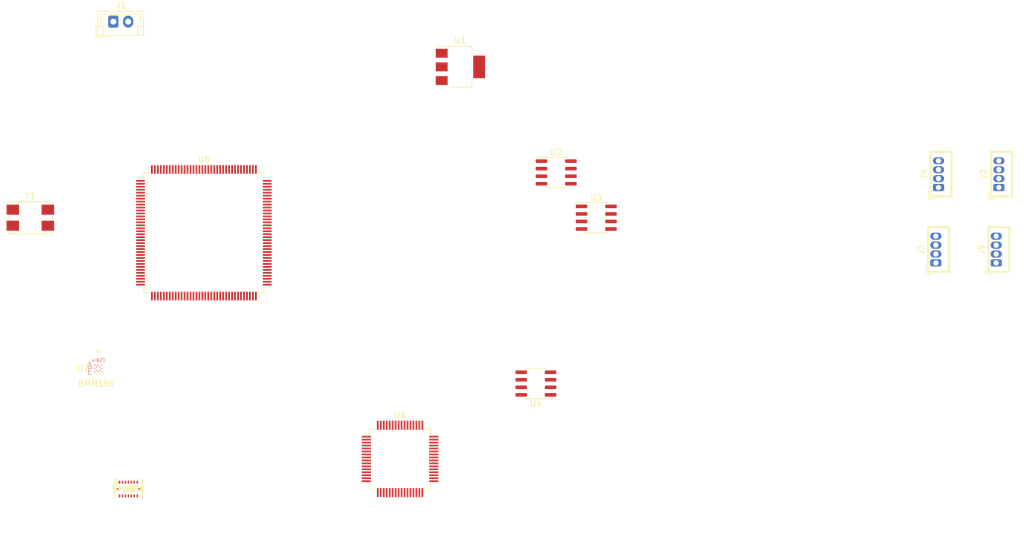
<source format=kicad_pcb>
(kicad_pcb (version 20211014) (generator pcbnew)
  (layers (0 "F.Cu" signal) (31 "B.Cu" signal) (34 "B.Paste" user) (35 "F.Paste" user) (36 "B.SilkS" user "B.Silkscreen") (37 "F.SilkS" user "F.Silkscreen") (38 "B.Mask" user) (39 "F.Mask" user) (44 "Edge.Cuts" user))
  (net 0 "")
  (net 1 "+5V")
  (net 2 "RCC_OSC_IN")
  (net 4 "CAN_1_H")
  (net 5 "CAN_1_L")
  (net 6 "GND")
  (net 7 "CAN_2_H")
  (net 8 "CAN_2_L")
  (net 11 "RCC_OSC_OUT")
  (net 12 "NRST")
  (net 13 "+3V3")
  (net 17 "Net-(R2-Pad2)")
  (net 18 "Net-(R1-Pad2)")
  (net 75 "F4_CAN1_TX")
  (net 76 "F4_CAN1_RX")
  (net 77 "F4_CAN2_TX")
  (net 78 "F4_CAN2_RX")
  (net 79 "F1_CAN1_TX")
  (net 80 "F1_CAN1_RX")
  (footprint "Package_QFP:LQFP-144_20x20mm_P0.5mm" (layer "F.Cu") (at 139.7 114.3)
    (fp_text reference "U5" (at 0 -12.35) (layer "F.SilkS"))
    (fp_text value "STM32F446ZETx")
    (fp_line (start 9.16 -10.11) (end 10.11 -10.11) (layer "F.SilkS") (width 0.12))
    (fp_line (start 10.11 10.11) (end 10.11 9.16) (layer "F.SilkS") (width 0.12))
    (fp_line (start 10.11 -10.11) (end 10.11 -9.16) (layer "F.SilkS") (width 0.12))
    (fp_line (start -9.16 10.11) (end -10.11 10.11) (layer "F.SilkS") (width 0.12))
    (fp_line (start -10.11 -9.16) (end -11.4 -9.16) (layer "F.SilkS") (width 0.12))
    (fp_line (start -10.11 10.11) (end -10.11 9.16) (layer "F.SilkS") (width 0.12))
    (fp_line (start -10.11 -10.11) (end -10.11 -9.16) (layer "F.SilkS") (width 0.12))
    (fp_line (start 9.16 10.11) (end 10.11 10.11) (layer "F.SilkS") (width 0.12))
    (fp_line (start -9.16 -10.11) (end -10.11 -10.11) (layer "F.SilkS") (width 0.12))
    (pad "1" smd roundrect (at -10.6625 -8.75) (size 1.475 0.3) (layers "F.Cu" "F.Paste" "F.Mask"))
    (pad "2" smd roundrect (at -10.6625 -8.25) (size 1.475 0.3) (layers "F.Cu" "F.Paste" "F.Mask"))
    (pad "3" smd roundrect (at -10.6625 -7.75) (size 1.475 0.3) (layers "F.Cu" "F.Paste" "F.Mask"))
    (pad "4" smd roundrect (at -10.6625 -7.25) (size 1.475 0.3) (layers "F.Cu" "F.Paste" "F.Mask"))
    (pad "5" smd roundrect (at -10.6625 -6.75) (size 1.475 0.3) (layers "F.Cu" "F.Paste" "F.Mask"))
    (pad "6" smd roundrect (at -10.6625 -6.25) (size 1.475 0.3) (layers "F.Cu" "F.Paste" "F.Mask"))
    (pad "7" smd roundrect (at -10.6625 -5.75) (size 1.475 0.3) (layers "F.Cu" "F.Paste" "F.Mask"))
    (pad "8" smd roundrect (at -10.6625 -5.25) (size 1.475 0.3) (layers "F.Cu" "F.Paste" "F.Mask"))
    (pad "9" smd roundrect (at -10.6625 -4.75) (size 1.475 0.3) (layers "F.Cu" "F.Paste" "F.Mask"))
    (pad "10" smd roundrect (at -10.6625 -4.25) (size 1.475 0.3) (layers "F.Cu" "F.Paste" "F.Mask"))
    (pad "11" smd roundrect (at -10.6625 -3.75) (size 1.475 0.3) (layers "F.Cu" "F.Paste" "F.Mask"))
    (pad "12" smd roundrect (at -10.6625 -3.25) (size 1.475 0.3) (layers "F.Cu" "F.Paste" "F.Mask"))
    (pad "13" smd roundrect (at -10.6625 -2.75) (size 1.475 0.3) (layers "F.Cu" "F.Paste" "F.Mask"))
    (pad "14" smd roundrect (at -10.6625 -2.25) (size 1.475 0.3) (layers "F.Cu" "F.Paste" "F.Mask"))
    (pad "15" smd roundrect (at -10.6625 -1.75) (size 1.475 0.3) (layers "F.Cu" "F.Paste" "F.Mask"))
    (pad "16" smd roundrect (at -10.6625 -1.25) (size 1.475 0.3) (layers "F.Cu" "F.Paste" "F.Mask") (net 6 "GND"))
    (pad "17" smd roundrect (at -10.6625 -0.75) (size 1.475 0.3) (layers "F.Cu" "F.Paste" "F.Mask"))
    (pad "18" smd roundrect (at -10.6625 -0.25) (size 1.475 0.3) (layers "F.Cu" "F.Paste" "F.Mask"))
    (pad "19" smd roundrect (at -10.6625 0.25) (size 1.475 0.3) (layers "F.Cu" "F.Paste" "F.Mask"))
    (pad "20" smd roundrect (at -10.6625 0.75) (size 1.475 0.3) (layers "F.Cu" "F.Paste" "F.Mask"))
    (pad "21" smd roundrect (at -10.6625 1.25) (size 1.475 0.3) (layers "F.Cu" "F.Paste" "F.Mask"))
    (pad "22" smd roundrect (at -10.6625 1.75) (size 1.475 0.3) (layers "F.Cu" "F.Paste" "F.Mask"))
    (pad "23" smd roundrect (at -10.6625 2.25) (size 1.475 0.3) (layers "F.Cu" "F.Paste" "F.Mask") (net 2 "RCC_OSC_IN"))
    (pad "24" smd roundrect (at -10.6625 2.75) (size 1.475 0.3) (layers "F.Cu" "F.Paste" "F.Mask") (net 11 "RCC_OSC_OUT"))
    (pad "25" smd roundrect (at -10.6625 3.25) (size 1.475 0.3) (layers "F.Cu" "F.Paste" "F.Mask") (net 12 "NRST"))
    (pad "26" smd roundrect (at -10.6625 3.75) (size 1.475 0.3) (layers "F.Cu" "F.Paste" "F.Mask"))
    (pad "27" smd roundrect (at -10.6625 4.25) (size 1.475 0.3) (layers "F.Cu" "F.Paste" "F.Mask"))
    (pad "28" smd roundrect (at -10.6625 4.75) (size 1.475 0.3) (layers "F.Cu" "F.Paste" "F.Mask"))
    (pad "29" smd roundrect (at -10.6625 5.25) (size 1.475 0.3) (layers "F.Cu" "F.Paste" "F.Mask"))
    (pad "30" smd roundrect (at -10.6625 5.75) (size 1.475 0.3) (layers "F.Cu" "F.Paste" "F.Mask"))
    (pad "31" smd roundrect (at -10.6625 6.25) (size 1.475 0.3) (layers "F.Cu" "F.Paste" "F.Mask") (net 6 "GND"))
    (pad "32" smd roundrect (at -10.6625 6.75) (size 1.475 0.3) (layers "F.Cu" "F.Paste" "F.Mask"))
    (pad "33" smd roundrect (at -10.6625 7.25) (size 1.475 0.3) (layers "F.Cu" "F.Paste" "F.Mask"))
    (pad "34" smd roundrect (at -10.6625 7.75) (size 1.475 0.3) (layers "F.Cu" "F.Paste" "F.Mask"))
    (pad "35" smd roundrect (at -10.6625 8.25) (size 1.475 0.3) (layers "F.Cu" "F.Paste" "F.Mask"))
    (pad "36" smd roundrect (at -10.6625 8.75) (size 1.475 0.3) (layers "F.Cu" "F.Paste" "F.Mask"))
    (pad "37" smd roundrect (at -8.75 10.6625) (size 0.3 1.475) (layers "F.Cu" "F.Paste" "F.Mask"))
    (pad "38" smd roundrect (at -8.25 10.6625) (size 0.3 1.475) (layers "F.Cu" "F.Paste" "F.Mask") (net 6 "GND"))
    (pad "39" smd roundrect (at -7.75 10.6625) (size 0.3 1.475) (layers "F.Cu" "F.Paste" "F.Mask"))
    (pad "40" smd roundrect (at -7.25 10.6625) (size 0.3 1.475) (layers "F.Cu" "F.Paste" "F.Mask"))
    (pad "41" smd roundrect (at -6.75 10.6625) (size 0.3 1.475) (layers "F.Cu" "F.Paste" "F.Mask"))
    (pad "42" smd roundrect (at -6.25 10.6625) (size 0.3 1.475) (layers "F.Cu" "F.Paste" "F.Mask"))
    (pad "43" smd roundrect (at -5.75 10.6625) (size 0.3 1.475) (layers "F.Cu" "F.Paste" "F.Mask"))
    (pad "44" smd roundrect (at -5.25 10.6625) (size 0.3 1.475) (layers "F.Cu" "F.Paste" "F.Mask"))
    (pad "45" smd roundrect (at -4.75 10.6625) (size 0.3 1.475) (layers "F.Cu" "F.Paste" "F.Mask"))
    (pad "46" smd roundrect (at -4.25 10.6625) (size 0.3 1.475) (layers "F.Cu" "F.Paste" "F.Mask"))
    (pad "47" smd roundrect (at -3.75 10.6625) (size 0.3 1.475) (layers "F.Cu" "F.Paste" "F.Mask"))
    (pad "48" smd roundrect (at -3.25 10.6625) (size 0.3 1.475) (layers "F.Cu" "F.Paste" "F.Mask"))
    (pad "49" smd roundrect (at -2.75 10.6625) (size 0.3 1.475) (layers "F.Cu" "F.Paste" "F.Mask"))
    (pad "50" smd roundrect (at -2.25 10.6625) (size 0.3 1.475) (layers "F.Cu" "F.Paste" "F.Mask"))
    (pad "51" smd roundrect (at -1.75 10.6625) (size 0.3 1.475) (layers "F.Cu" "F.Paste" "F.Mask") (net 6 "GND"))
    (pad "52" smd roundrect (at -1.25 10.6625) (size 0.3 1.475) (layers "F.Cu" "F.Paste" "F.Mask"))
    (pad "53" smd roundrect (at -0.75 10.6625) (size 0.3 1.475) (layers "F.Cu" "F.Paste" "F.Mask"))
    (pad "54" smd roundrect (at -0.25 10.6625) (size 0.3 1.475) (layers "F.Cu" "F.Paste" "F.Mask"))
    (pad "55" smd roundrect (at 0.25 10.6625) (size 0.3 1.475) (layers "F.Cu" "F.Paste" "F.Mask"))
    (pad "56" smd roundrect (at 0.75 10.6625) (size 0.3 1.475) (layers "F.Cu" "F.Paste" "F.Mask"))
    (pad "57" smd roundrect (at 1.25 10.6625) (size 0.3 1.475) (layers "F.Cu" "F.Paste" "F.Mask"))
    (pad "58" smd roundrect (at 1.75 10.6625) (size 0.3 1.475) (layers "F.Cu" "F.Paste" "F.Mask"))
    (pad "59" smd roundrect (at 2.25 10.6625) (size 0.3 1.475) (layers "F.Cu" "F.Paste" "F.Mask"))
    (pad "60" smd roundrect (at 2.75 10.6625) (size 0.3 1.475) (layers "F.Cu" "F.Paste" "F.Mask"))
    (pad "61" smd roundrect (at 3.25 10.6625) (size 0.3 1.475) (layers "F.Cu" "F.Paste" "F.Mask") (net 6 "GND"))
    (pad "62" smd roundrect (at 3.75 10.6625) (size 0.3 1.475) (layers "F.Cu" "F.Paste" "F.Mask"))
    (pad "63" smd roundrect (at 4.25 10.6625) (size 0.3 1.475) (layers "F.Cu" "F.Paste" "F.Mask"))
    (pad "64" smd roundrect (at 4.75 10.6625) (size 0.3 1.475) (layers "F.Cu" "F.Paste" "F.Mask"))
    (pad "65" smd roundrect (at 5.25 10.6625) (size 0.3 1.475) (layers "F.Cu" "F.Paste" "F.Mask"))
    (pad "66" smd roundrect (at 5.75 10.6625) (size 0.3 1.475) (layers "F.Cu" "F.Paste" "F.Mask"))
    (pad "67" smd roundrect (at 6.25 10.6625) (size 0.3 1.475) (layers "F.Cu" "F.Paste" "F.Mask"))
    (pad "68" smd roundrect (at 6.75 10.6625) (size 0.3 1.475) (layers "F.Cu" "F.Paste" "F.Mask"))
    (pad "69" smd roundrect (at 7.25 10.6625) (size 0.3 1.475) (layers "F.Cu" "F.Paste" "F.Mask"))
    (pad "70" smd roundrect (at 7.75 10.6625) (size 0.3 1.475) (layers "F.Cu" "F.Paste" "F.Mask"))
    (pad "71" smd roundrect (at 8.25 10.6625) (size 0.3 1.475) (layers "F.Cu" "F.Paste" "F.Mask"))
    (pad "72" smd roundrect (at 8.75 10.6625) (size 0.3 1.475) (layers "F.Cu" "F.Paste" "F.Mask"))
    (pad "73" smd roundrect (at 10.6625 8.75) (size 1.475 0.3) (layers "F.Cu" "F.Paste" "F.Mask") (net 78 "F4_CAN2_RX"))
    (pad "74" smd roundrect (at 10.6625 8.25) (size 1.475 0.3) (layers "F.Cu" "F.Paste" "F.Mask") (net 77 "F4_CAN2_TX"))
    (pad "75" smd roundrect (at 10.6625 7.75) (size 1.475 0.3) (layers "F.Cu" "F.Paste" "F.Mask"))
    (pad "76" smd roundrect (at 10.6625 7.25) (size 1.475 0.3) (layers "F.Cu" "F.Paste" "F.Mask"))
    (pad "77" smd roundrect (at 10.6625 6.75) (size 1.475 0.3) (layers "F.Cu" "F.Paste" "F.Mask"))
    (pad "78" smd roundrect (at 10.6625 6.25) (size 1.475 0.3) (layers "F.Cu" "F.Paste" "F.Mask"))
    (pad "79" smd roundrect (at 10.6625 5.75) (size 1.475 0.3) (layers "F.Cu" "F.Paste" "F.Mask"))
    (pad "80" smd roundrect (at 10.6625 5.25) (size 1.475 0.3) (layers "F.Cu" "F.Paste" "F.Mask"))
    (pad "81" smd roundrect (at 10.6625 4.75) (size 1.475 0.3) (layers "F.Cu" "F.Paste" "F.Mask"))
    (pad "82" smd roundrect (at 10.6625 4.25) (size 1.475 0.3) (layers "F.Cu" "F.Paste" "F.Mask"))
    (pad "83" smd roundrect (at 10.6625 3.75) (size 1.475 0.3) (layers "F.Cu" "F.Paste" "F.Mask") (net 6 "GND"))
    (pad "84" smd roundrect (at 10.6625 3.25) (size 1.475 0.3) (layers "F.Cu" "F.Paste" "F.Mask"))
    (pad "85" smd roundrect (at 10.6625 2.75) (size 1.475 0.3) (layers "F.Cu" "F.Paste" "F.Mask"))
    (pad "86" smd roundrect (at 10.6625 2.25) (size 1.475 0.3) (layers "F.Cu" "F.Paste" "F.Mask"))
    (pad "87" smd roundrect (at 10.6625 1.75) (size 1.475 0.3) (layers "F.Cu" "F.Paste" "F.Mask"))
    (pad "88" smd roundrect (at 10.6625 1.25) (size 1.475 0.3) (layers "F.Cu" "F.Paste" "F.Mask"))
    (pad "89" smd roundrect (at 10.6625 0.75) (size 1.475 0.3) (layers "F.Cu" "F.Paste" "F.Mask"))
    (pad "90" smd roundrect (at 10.6625 0.25) (size 1.475 0.3) (layers "F.Cu" "F.Paste" "F.Mask"))
    (pad "91" smd roundrect (at 10.6625 -0.25) (size 1.475 0.3) (layers "F.Cu" "F.Paste" "F.Mask"))
    (pad "92" smd roundrect (at 10.6625 -0.75) (size 1.475 0.3) (layers "F.Cu" "F.Paste" "F.Mask"))
    (pad "93" smd roundrect (at 10.6625 -1.25) (size 1.475 0.3) (layers "F.Cu" "F.Paste" "F.Mask"))
    (pad "94" smd roundrect (at 10.6625 -1.75) (size 1.475 0.3) (layers "F.Cu" "F.Paste" "F.Mask") (net 6 "GND"))
    (pad "95" smd roundrect (at 10.6625 -2.25) (size 1.475 0.3) (layers "F.Cu" "F.Paste" "F.Mask"))
    (pad "96" smd roundrect (at 10.6625 -2.75) (size 1.475 0.3) (layers "F.Cu" "F.Paste" "F.Mask"))
    (pad "97" smd roundrect (at 10.6625 -3.25) (size 1.475 0.3) (layers "F.Cu" "F.Paste" "F.Mask"))
    (pad "98" smd roundrect (at 10.6625 -3.75) (size 1.475 0.3) (layers "F.Cu" "F.Paste" "F.Mask"))
    (pad "99" smd roundrect (at 10.6625 -4.25) (size 1.475 0.3) (layers "F.Cu" "F.Paste" "F.Mask"))
    (pad "100" smd roundrect (at 10.6625 -4.75) (size 1.475 0.3) (layers "F.Cu" "F.Paste" "F.Mask"))
    (pad "101" smd roundrect (at 10.6625 -5.25) (size 1.475 0.3) (layers "F.Cu" "F.Paste" "F.Mask"))
    (pad "102" smd roundrect (at 10.6625 -5.75) (size 1.475 0.3) (layers "F.Cu" "F.Paste" "F.Mask"))
    (pad "103" smd roundrect (at 10.6625 -6.25) (size 1.475 0.3) (layers "F.Cu" "F.Paste" "F.Mask") (net 76 "F4_CAN1_RX"))
    (pad "104" smd roundrect (at 10.6625 -6.75) (size 1.475 0.3) (layers "F.Cu" "F.Paste" "F.Mask") (net 75 "F4_CAN1_TX"))
    (pad "105" smd roundrect (at 10.6625 -7.25) (size 1.475 0.3) (layers "F.Cu" "F.Paste" "F.Mask"))
    (pad "106" smd roundrect (at 10.6625 -7.75) (size 1.475 0.3) (layers "F.Cu" "F.Paste" "F.Mask"))
    (pad "107" smd roundrect (at 10.6625 -8.25) (size 1.475 0.3) (layers "F.Cu" "F.Paste" "F.Mask") (net 6 "GND"))
    (pad "108" smd roundrect (at 10.6625 -8.75) (size 1.475 0.3) (layers "F.Cu" "F.Paste" "F.Mask"))
    (pad "109" smd roundrect (at 8.75 -10.6625) (size 0.3 1.475) (layers "F.Cu" "F.Paste" "F.Mask"))
    (pad "110" smd roundrect (at 8.25 -10.6625) (size 0.3 1.475) (layers "F.Cu" "F.Paste" "F.Mask"))
    (pad "111" smd roundrect (at 7.75 -10.6625) (size 0.3 1.475) (layers "F.Cu" "F.Paste" "F.Mask"))
    (pad "112" smd roundrect (at 7.25 -10.6625) (size 0.3 1.475) (layers "F.Cu" "F.Paste" "F.Mask"))
    (pad "113" smd roundrect (at 6.75 -10.6625) (size 0.3 1.475) (layers "F.Cu" "F.Paste" "F.Mask"))
    (pad "114" smd roundrect (at 6.25 -10.6625) (size 0.3 1.475) (layers "F.Cu" "F.Paste" "F.Mask"))
    (pad "115" smd roundrect (at 5.75 -10.6625) (size 0.3 1.475) (layers "F.Cu" "F.Paste" "F.Mask"))
    (pad "116" smd roundrect (at 5.25 -10.6625) (size 0.3 1.475) (layers "F.Cu" "F.Paste" "F.Mask"))
    (pad "117" smd roundrect (at 4.75 -10.6625) (size 0.3 1.475) (layers "F.Cu" "F.Paste" "F.Mask"))
    (pad "118" smd roundrect (at 4.25 -10.6625) (size 0.3 1.475) (layers "F.Cu" "F.Paste" "F.Mask"))
    (pad "119" smd roundrect (at 3.75 -10.6625) (size 0.3 1.475) (layers "F.Cu" "F.Paste" "F.Mask"))
    (pad "120" smd roundrect (at 3.25 -10.6625) (size 0.3 1.475) (layers "F.Cu" "F.Paste" "F.Mask") (net 6 "GND"))
    (pad "121" smd roundrect (at 2.75 -10.6625) (size 0.3 1.475) (layers "F.Cu" "F.Paste" "F.Mask"))
    (pad "122" smd roundrect (at 2.25 -10.6625) (size 0.3 1.475) (layers "F.Cu" "F.Paste" "F.Mask"))
    (pad "123" smd roundrect (at 1.75 -10.6625) (size 0.3 1.475) (layers "F.Cu" "F.Paste" "F.Mask"))
    (pad "124" smd roundrect (at 1.25 -10.6625) (size 0.3 1.475) (layers "F.Cu" "F.Paste" "F.Mask"))
    (pad "125" smd roundrect (at 0.75 -10.6625) (size 0.3 1.475) (layers "F.Cu" "F.Paste" "F.Mask"))
    (pad "126" smd roundrect (at 0.25 -10.6625) (size 0.3 1.475) (layers "F.Cu" "F.Paste" "F.Mask"))
    (pad "127" smd roundrect (at -0.25 -10.6625) (size 0.3 1.475) (layers "F.Cu" "F.Paste" "F.Mask"))
    (pad "128" smd roundrect (at -0.75 -10.6625) (size 0.3 1.475) (layers "F.Cu" "F.Paste" "F.Mask"))
    (pad "129" smd roundrect (at -1.25 -10.6625) (size 0.3 1.475) (layers "F.Cu" "F.Paste" "F.Mask"))
    (pad "130" smd roundrect (at -1.75 -10.6625) (size 0.3 1.475) (layers "F.Cu" "F.Paste" "F.Mask") (net 6 "GND"))
    (pad "131" smd roundrect (at -2.25 -10.6625) (size 0.3 1.475) (layers "F.Cu" "F.Paste" "F.Mask"))
    (pad "132" smd roundrect (at -2.75 -10.6625) (size 0.3 1.475) (layers "F.Cu" "F.Paste" "F.Mask"))
    (pad "133" smd roundrect (at -3.25 -10.6625) (size 0.3 1.475) (layers "F.Cu" "F.Paste" "F.Mask"))
    (pad "134" smd roundrect (at -3.75 -10.6625) (size 0.3 1.475) (layers "F.Cu" "F.Paste" "F.Mask"))
    (pad "135" smd roundrect (at -4.25 -10.6625) (size 0.3 1.475) (layers "F.Cu" "F.Paste" "F.Mask"))
    (pad "136" smd roundrect (at -4.75 -10.6625) (size 0.3 1.475) (layers "F.Cu" "F.Paste" "F.Mask"))
    (pad "137" smd roundrect (at -5.25 -10.6625) (size 0.3 1.475) (layers "F.Cu" "F.Paste" "F.Mask"))
    (pad "138" smd roundrect (at -5.75 -10.6625) (size 0.3 1.475) (layers "F.Cu" "F.Paste" "F.Mask"))
    (pad "139" smd roundrect (at -6.25 -10.6625) (size 0.3 1.475) (layers "F.Cu" "F.Paste" "F.Mask"))
    (pad "140" smd roundrect (at -6.75 -10.6625) (size 0.3 1.475) (layers "F.Cu" "F.Paste" "F.Mask"))
    (pad "141" smd roundrect (at -7.25 -10.6625) (size 0.3 1.475) (layers "F.Cu" "F.Paste" "F.Mask"))
    (pad "142" smd roundrect (at -7.75 -10.6625) (size 0.3 1.475) (layers "F.Cu" "F.Paste" "F.Mask"))
    (pad "143" smd roundrect (at -8.25 -10.6625) (size 0.3 1.475) (layers "F.Cu" "F.Paste" "F.Mask"))
    (pad "144" smd roundrect (at -8.75 -10.6625) (size 0.3 1.475) (layers "F.Cu" "F.Paste" "F.Mask"))
  )
  (footprint "Connector_Wuerth:Wuerth_WR-WTB_64800411622_1x04_P1.50mm_Vertical" (layer "F.Cu") (at 273.05 119.38 90)
    (fp_text reference "J5" (at 2.25 -2.5 90) (layer "F.SilkS"))
    (fp_text value "CAN_1")
    (fp_line (start -1.61 2.31) (end 6.11 2.31) (layer "F.SilkS") (width 0.12))
    (fp_line (start 6.11 -1.41) (end -1.61 -1.41) (layer "F.SilkS") (width 0.12))
    (fp_line (start -1.41 0.35) (end -1.41 2.11) (layer "F.SilkS") (width 0.12))
    (fp_line (start -1.41 -0.35) (end -1.41 0.35) (layer "F.SilkS") (width 0.12))
    (fp_line (start -1.41 0.35) (end -1.61 0.35) (layer "F.SilkS") (width 0.12))
    (fp_line (start 5.91 -1.21) (end 5.91 -0.35) (layer "F.SilkS") (width 0.12))
    (fp_line (start 5.91 0.35) (end 6.11 0.35) (layer "F.SilkS") (width 0.12))
    (fp_line (start -1.61 -0.35) (end -1.41 -0.35) (layer "F.SilkS") (width 0.12))
    (fp_line (start 5.91 -0.35) (end 5.91 0.35) (layer "F.SilkS") (width 0.12))
    (fp_line (start 5.91 2.11) (end 5.91 0.35) (layer "F.SilkS") (width 0.12))
    (fp_line (start -0.66 -1.71) (end -1.91 -1.71) (layer "F.SilkS") (width 0.12))
    (fp_line (start -1.91 -1.71) (end -1.91 -0.46) (layer "F.SilkS") (width 0.12))
    (fp_line (start -1.41 2.11) (end 5.91 2.11) (layer "F.SilkS") (width 0.12))
    (fp_line (start -1.41 -1.21) (end 5.91 -1.21) (layer "F.SilkS") (width 0.12))
    (fp_line (start -1.61 -1.41) (end -1.61 2.31) (layer "F.SilkS") (width 0.12))
    (fp_line (start 6.11 2.31) (end 6.11 -1.41) (layer "F.SilkS") (width 0.12))
    (fp_line (start -1.41 -0.35) (end -1.41 -1.21) (layer "F.SilkS") (width 0.12))
    (fp_line (start 5.91 -0.35) (end 6.11 -0.35) (layer "F.SilkS") (width 0.12))
    (pad "1" thru_hole roundrect (at 0 0 90) (size 1.17 1.87) (drill 0.87) (layers *.Cu *.Mask) (roundrect_rratio 0.213675) (net 1 "+5V"))
    (pad "2" thru_hole oval (at 1.5 0 90) (size 1.17 1.87) (drill 0.87) (layers *.Cu *.Mask) (net 4 "CAN_1_H"))
    (pad "3" thru_hole oval (at 3 0 90) (size 1.17 1.87) (drill 0.87) (layers *.Cu *.Mask) (net 5 "CAN_1_L"))
    (pad "4" thru_hole oval (at 4.5 0 90) (size 1.17 1.87) (drill 0.87) (layers *.Cu *.Mask) (net 6 "GND"))
  )
  (footprint "Connector_Wuerth:Wuerth_WR-WTB_64800411622_1x04_P1.50mm_Vertical" (layer "F.Cu") (at 273.5 106.68 90)
    (fp_text reference "J2" (at 2.25 -2.5 90) (layer "F.SilkS"))
    (fp_text value "CAN_2")
    (fp_line (start 6.11 2.31) (end 6.11 -1.41) (layer "F.SilkS") (width 0.12))
    (fp_line (start 6.11 -1.41) (end -1.61 -1.41) (layer "F.SilkS") (width 0.12))
    (fp_line (start -1.91 -1.71) (end -1.91 -0.46) (layer "F.SilkS") (width 0.12))
    (fp_line (start 5.91 0.35) (end 6.11 0.35) (layer "F.SilkS") (width 0.12))
    (fp_line (start -1.41 -1.21) (end 5.91 -1.21) (layer "F.SilkS") (width 0.12))
    (fp_line (start -1.61 -0.35) (end -1.41 -0.35) (layer "F.SilkS") (width 0.12))
    (fp_line (start -1.41 0.35) (end -1.41 2.11) (layer "F.SilkS") (width 0.12))
    (fp_line (start -1.61 2.31) (end 6.11 2.31) (layer "F.SilkS") (width 0.12))
    (fp_line (start 5.91 -1.21) (end 5.91 -0.35) (layer "F.SilkS") (width 0.12))
    (fp_line (start -1.61 -1.41) (end -1.61 2.31) (layer "F.SilkS") (width 0.12))
    (fp_line (start -1.41 2.11) (end 5.91 2.11) (layer "F.SilkS") (width 0.12))
    (fp_line (start -1.41 -0.35) (end -1.41 -1.21) (layer "F.SilkS") (width 0.12))
    (fp_line (start 5.91 -0.35) (end 5.91 0.35) (layer "F.SilkS") (width 0.12))
    (fp_line (start 5.91 2.11) (end 5.91 0.35) (layer "F.SilkS") (width 0.12))
    (fp_line (start -0.66 -1.71) (end -1.91 -1.71) (layer "F.SilkS") (width 0.12))
    (fp_line (start -1.41 -0.35) (end -1.41 0.35) (layer "F.SilkS") (width 0.12))
    (fp_line (start 5.91 -0.35) (end 6.11 -0.35) (layer "F.SilkS") (width 0.12))
    (fp_line (start -1.41 0.35) (end -1.61 0.35) (layer "F.SilkS") (width 0.12))
    (pad "1" thru_hole roundrect (at 0 0 90) (size 1.17 1.87) (drill 0.87) (layers *.Cu *.Mask) (roundrect_rratio 0.213675) (net 1 "+5V"))
    (pad "2" thru_hole oval (at 1.5 0 90) (size 1.17 1.87) (drill 0.87) (layers *.Cu *.Mask) (net 7 "CAN_2_H"))
    (pad "3" thru_hole oval (at 3 0 90) (size 1.17 1.87) (drill 0.87) (layers *.Cu *.Mask) (net 8 "CAN_2_L"))
    (pad "4" thru_hole oval (at 4.5 0 90) (size 1.17 1.87) (drill 0.87) (layers *.Cu *.Mask) (net 6 "GND"))
  )
  (footprint "Package_SO:SOIC-8_3.9x4.9mm_P1.27mm" (layer "F.Cu") (at 195.58 139.7 180)
    (fp_text reference "U4" (at 0 -3.4) (layer "F.SilkS"))
    (fp_text value "SN65HVD232")
    (fp_line (start 0 2.56) (end -1.95 2.56) (layer "F.SilkS") (width 0.12))
    (fp_line (start 0 2.56) (end 1.95 2.56) (layer "F.SilkS") (width 0.12))
    (fp_line (start 0 -2.56) (end -3.45 -2.56) (layer "F.SilkS") (width 0.12))
    (fp_line (start 0 -2.56) (end 1.95 -2.56) (layer "F.SilkS") (width 0.12))
    (pad "1" smd roundrect (at -2.475 -1.905 180) (size 1.95 0.6) (layers "F.Cu" "F.Paste" "F.Mask") (net 79 "F1_CAN1_TX"))
    (pad "2" smd roundrect (at -2.475 -0.635 180) (size 1.95 0.6) (layers "F.Cu" "F.Paste" "F.Mask") (net 6 "GND"))
    (pad "3" smd roundrect (at -2.475 0.635 180) (size 1.95 0.6) (layers "F.Cu" "F.Paste" "F.Mask") (net 13 "+3V3"))
    (pad "4" smd roundrect (at -2.475 1.905 180) (size 1.95 0.6) (layers "F.Cu" "F.Paste" "F.Mask") (net 80 "F1_CAN1_RX"))
    (pad "5" smd roundrect (at 2.475 1.905 180) (size 1.95 0.6) (layers "F.Cu" "F.Paste" "F.Mask"))
    (pad "6" smd roundrect (at 2.475 0.635 180) (size 1.95 0.6) (layers "F.Cu" "F.Paste" "F.Mask") (net 5 "CAN_1_L"))
    (pad "7" smd roundrect (at 2.475 -0.635 180) (size 1.95 0.6) (layers "F.Cu" "F.Paste" "F.Mask") (net 4 "CAN_1_H"))
    (pad "8" smd roundrect (at 2.475 -1.905 180) (size 1.95 0.6) (layers "F.Cu" "F.Paste" "F.Mask"))
  )
  (footprint "Connector_JST:JST_EH_B2B-EH-A_1x02_P2.50mm_Vertical" (layer "F.Cu") (at 124.46 78.74)
    (fp_text reference "J1" (at 1.25 -2.8) (layer "F.SilkS"))
    (fp_text value "Conn_01x02_Female")
    (fp_line (start 5.11 0.81) (end 4.11 0.81) (layer "F.SilkS") (width 0.12))
    (fp_line (start -2.61 0.81) (end -1.61 0.81) (layer "F.SilkS") (width 0.12))
    (fp_line (start -2.91 0.11) (end -2.91 2.61) (layer "F.SilkS") (width 0.12))
    (fp_line (start -2.11 0) (end -2.11 -1.21) (layer "F.SilkS") (width 0.12))
    (fp_line (start 5.11 2.31) (end 5.11 -1.71) (layer "F.SilkS") (width 0.12))
    (fp_line (start 5.11 -1.71) (end -2.61 -1.71) (layer "F.SilkS") (width 0.12))
    (fp_line (start -2.91 2.61) (end -0.41 2.61) (layer "F.SilkS") (width 0.12))
    (fp_line (start -2.11 -1.21) (end 4.61 -1.21) (layer "F.SilkS") (width 0.12))
    (fp_line (start -1.61 0.81) (end -1.61 2.31) (layer "F.SilkS") (width 0.12))
    (fp_line (start -2.61 2.31) (end 5.11 2.31) (layer "F.SilkS") (width 0.12))
    (fp_line (start -2.61 0) (end -2.11 0) (layer "F.SilkS") (width 0.12))
    (fp_line (start 4.61 0) (end 5.11 0) (layer "F.SilkS") (width 0.12))
    (fp_line (start 4.61 -1.21) (end 4.61 0) (layer "F.SilkS") (width 0.12))
    (fp_line (start -2.61 -1.71) (end -2.61 2.31) (layer "F.SilkS") (width 0.12))
    (fp_line (start 4.11 0.81) (end 4.11 2.31) (layer "F.SilkS") (width 0.12))
    (pad "1" thru_hole roundrect (at 0 0) (size 1.7 2) (drill 1) (layers *.Cu *.Mask) (roundrect_rratio 0.147059) (net 6 "GND"))
    (pad "2" thru_hole oval (at 2.5 0) (size 1.7 2) (drill 1) (layers *.Cu *.Mask) (net 1 "+5V"))
  )
  (footprint "Package_TO_SOT_SMD:SOT-223" (layer "F.Cu") (at 182.88 86.36)
    (fp_text reference "U1" (at 0 -4.5) (layer "F.SilkS"))
    (fp_text value "LM3940IMP-3.3/NOPB")
    (fp_line (start 1.91 -3.41) (end 1.91 -2.15) (layer "F.SilkS") (width 0.12))
    (fp_line (start 1.91 3.41) (end 1.91 2.15) (layer "F.SilkS") (width 0.12))
    (fp_line (start -4.1 -3.41) (end 1.91 -3.41) (layer "F.SilkS") (width 0.12))
    (fp_line (start -1.85 3.41) (end 1.91 3.41) (layer "F.SilkS") (width 0.12))
    (pad "1" smd rect (at -3.15 -2.3) (size 2 1.5) (layers "F.Cu" "F.Paste" "F.Mask") (net 1 "+5V"))
    (pad "2" smd rect (at -3.15 0) (size 2 1.5) (layers "F.Cu" "F.Paste" "F.Mask") (net 6 "GND"))
    (pad "3" smd rect (at -3.15 2.3) (size 2 1.5) (layers "F.Cu" "F.Paste" "F.Mask") (net 13 "+3V3"))
    (pad "4" smd rect (at 3.15 0) (size 2 3.8) (layers "F.Cu" "F.Paste" "F.Mask") (net 6 "GND"))
  )
  (footprint "Package_QFP:LQFP-64_10x10mm_P0.5mm" (layer "F.Cu") (at 172.72 152.4)
    (fp_text reference "U6" (at 0 -7.4) (layer "F.SilkS"))
    (fp_text value "STM32F103RET6")
    (fp_line (start 5.11 5.11) (end 5.11 4.16) (layer "F.SilkS") (width 0.12))
    (fp_line (start -5.11 5.11) (end -5.11 4.16) (layer "F.SilkS") (width 0.12))
    (fp_line (start 4.16 5.11) (end 5.11 5.11) (layer "F.SilkS") (width 0.12))
    (fp_line (start -5.11 -5.11) (end -5.11 -4.16) (layer "F.SilkS") (width 0.12))
    (fp_line (start 4.16 -5.11) (end 5.11 -5.11) (layer "F.SilkS") (width 0.12))
    (fp_line (start 5.11 -5.11) (end 5.11 -4.16) (layer "F.SilkS") (width 0.12))
    (fp_line (start -4.16 5.11) (end -5.11 5.11) (layer "F.SilkS") (width 0.12))
    (fp_line (start -4.16 -5.11) (end -5.11 -5.11) (layer "F.SilkS") (width 0.12))
    (fp_line (start -5.11 -4.16) (end -6.45 -4.16) (layer "F.SilkS") (width 0.12))
    (pad "1" smd roundrect (at -5.675 -3.75) (size 1.55 0.3) (layers "F.Cu" "F.Paste" "F.Mask"))
    (pad "2" smd roundrect (at -5.675 -3.25) (size 1.55 0.3) (layers "F.Cu" "F.Paste" "F.Mask"))
    (pad "3" smd roundrect (at -5.675 -2.75) (size 1.55 0.3) (layers "F.Cu" "F.Paste" "F.Mask"))
    (pad "4" smd roundrect (at -5.675 -2.25) (size 1.55 0.3) (layers "F.Cu" "F.Paste" "F.Mask"))
    (pad "5" smd roundrect (at -5.675 -1.75) (size 1.55 0.3) (layers "F.Cu" "F.Paste" "F.Mask"))
    (pad "6" smd roundrect (at -5.675 -1.25) (size 1.55 0.3) (layers "F.Cu" "F.Paste" "F.Mask"))
    (pad "7" smd roundrect (at -5.675 -0.75) (size 1.55 0.3) (layers "F.Cu" "F.Paste" "F.Mask"))
    (pad "8" smd roundrect (at -5.675 -0.25) (size 1.55 0.3) (layers "F.Cu" "F.Paste" "F.Mask"))
    (pad "9" smd roundrect (at -5.675 0.25) (size 1.55 0.3) (layers "F.Cu" "F.Paste" "F.Mask"))
    (pad "10" smd roundrect (at -5.675 0.75) (size 1.55 0.3) (layers "F.Cu" "F.Paste" "F.Mask"))
    (pad "11" smd roundrect (at -5.675 1.25) (size 1.55 0.3) (layers "F.Cu" "F.Paste" "F.Mask"))
    (pad "12" smd roundrect (at -5.675 1.75) (size 1.55 0.3) (layers "F.Cu" "F.Paste" "F.Mask"))
    (pad "13" smd roundrect (at -5.675 2.25) (size 1.55 0.3) (layers "F.Cu" "F.Paste" "F.Mask"))
    (pad "14" smd roundrect (at -5.675 2.75) (size 1.55 0.3) (layers "F.Cu" "F.Paste" "F.Mask"))
    (pad "15" smd roundrect (at -5.675 3.25) (size 1.55 0.3) (layers "F.Cu" "F.Paste" "F.Mask"))
    (pad "16" smd roundrect (at -5.675 3.75) (size 1.55 0.3) (layers "F.Cu" "F.Paste" "F.Mask"))
    (pad "17" smd roundrect (at -3.75 5.675) (size 0.3 1.55) (layers "F.Cu" "F.Paste" "F.Mask"))
    (pad "18" smd roundrect (at -3.25 5.675) (size 0.3 1.55) (layers "F.Cu" "F.Paste" "F.Mask"))
    (pad "19" smd roundrect (at -2.75 5.675) (size 0.3 1.55) (layers "F.Cu" "F.Paste" "F.Mask"))
    (pad "20" smd roundrect (at -2.25 5.675) (size 0.3 1.55) (layers "F.Cu" "F.Paste" "F.Mask"))
    (pad "21" smd roundrect (at -1.75 5.675) (size 0.3 1.55) (layers "F.Cu" "F.Paste" "F.Mask"))
    (pad "22" smd roundrect (at -1.25 5.675) (size 0.3 1.55) (layers "F.Cu" "F.Paste" "F.Mask"))
    (pad "23" smd roundrect (at -0.75 5.675) (size 0.3 1.55) (layers "F.Cu" "F.Paste" "F.Mask"))
    (pad "24" smd roundrect (at -0.25 5.675) (size 0.3 1.55) (layers "F.Cu" "F.Paste" "F.Mask"))
    (pad "25" smd roundrect (at 0.25 5.675) (size 0.3 1.55) (layers "F.Cu" "F.Paste" "F.Mask"))
    (pad "26" smd roundrect (at 0.75 5.675) (size 0.3 1.55) (layers "F.Cu" "F.Paste" "F.Mask"))
    (pad "27" smd roundrect (at 1.25 5.675) (size 0.3 1.55) (layers "F.Cu" "F.Paste" "F.Mask"))
    (pad "28" smd roundrect (at 1.75 5.675) (size 0.3 1.55) (layers "F.Cu" "F.Paste" "F.Mask"))
    (pad "29" smd roundrect (at 2.25 5.675) (size 0.3 1.55) (layers "F.Cu" "F.Paste" "F.Mask"))
    (pad "30" smd roundrect (at 2.75 5.675) (size 0.3 1.55) (layers "F.Cu" "F.Paste" "F.Mask"))
    (pad "31" smd roundrect (at 3.25 5.675) (size 0.3 1.55) (layers "F.Cu" "F.Paste" "F.Mask"))
    (pad "32" smd roundrect (at 3.75 5.675) (size 0.3 1.55) (layers "F.Cu" "F.Paste" "F.Mask"))
    (pad "33" smd roundrect (at 5.675 3.75) (size 1.55 0.3) (layers "F.Cu" "F.Paste" "F.Mask"))
    (pad "34" smd roundrect (at 5.675 3.25) (size 1.55 0.3) (layers "F.Cu" "F.Paste" "F.Mask"))
    (pad "35" smd roundrect (at 5.675 2.75) (size 1.55 0.3) (layers "F.Cu" "F.Paste" "F.Mask"))
    (pad "36" smd roundrect (at 5.675 2.25) (size 1.55 0.3) (layers "F.Cu" "F.Paste" "F.Mask"))
    (pad "37" smd roundrect (at 5.675 1.75) (size 1.55 0.3) (layers "F.Cu" "F.Paste" "F.Mask"))
    (pad "38" smd roundrect (at 5.675 1.25) (size 1.55 0.3) (layers "F.Cu" "F.Paste" "F.Mask"))
    (pad "39" smd roundrect (at 5.675 0.75) (size 1.55 0.3) (layers "F.Cu" "F.Paste" "F.Mask"))
    (pad "40" smd roundrect (at 5.675 0.25) (size 1.55 0.3) (layers "F.Cu" "F.Paste" "F.Mask"))
    (pad "41" smd roundrect (at 5.675 -0.25) (size 1.55 0.3) (layers "F.Cu" "F.Paste" "F.Mask"))
    (pad "42" smd roundrect (at 5.675 -0.75) (size 1.55 0.3) (layers "F.Cu" "F.Paste" "F.Mask"))
    (pad "43" smd roundrect (at 5.675 -1.25) (size 1.55 0.3) (layers "F.Cu" "F.Paste" "F.Mask"))
    (pad "44" smd roundrect (at 5.675 -1.75) (size 1.55 0.3) (layers "F.Cu" "F.Paste" "F.Mask") (net 80 "F1_CAN1_RX"))
    (pad "45" smd roundrect (at 5.675 -2.25) (size 1.55 0.3) (layers "F.Cu" "F.Paste" "F.Mask") (net 79 "F1_CAN1_TX"))
    (pad "46" smd roundrect (at 5.675 -2.75) (size 1.55 0.3) (layers "F.Cu" "F.Paste" "F.Mask"))
    (pad "47" smd roundrect (at 5.675 -3.25) (size 1.55 0.3) (layers "F.Cu" "F.Paste" "F.Mask"))
    (pad "48" smd roundrect (at 5.675 -3.75) (size 1.55 0.3) (layers "F.Cu" "F.Paste" "F.Mask"))
    (pad "49" smd roundrect (at 3.75 -5.675) (size 0.3 1.55) (layers "F.Cu" "F.Paste" "F.Mask"))
    (pad "50" smd roundrect (at 3.25 -5.675) (size 0.3 1.55) (layers "F.Cu" "F.Paste" "F.Mask"))
    (pad "51" smd roundrect (at 2.75 -5.675) (size 0.3 1.55) (layers "F.Cu" "F.Paste" "F.Mask"))
    (pad "52" smd roundrect (at 2.25 -5.675) (size 0.3 1.55) (layers "F.Cu" "F.Paste" "F.Mask"))
    (pad "53" smd roundrect (at 1.75 -5.675) (size 0.3 1.55) (layers "F.Cu" "F.Paste" "F.Mask"))
    (pad "54" smd roundrect (at 1.25 -5.675) (size 0.3 1.55) (layers "F.Cu" "F.Paste" "F.Mask"))
    (pad "55" smd roundrect (at 0.75 -5.675) (size 0.3 1.55) (layers "F.Cu" "F.Paste" "F.Mask"))
    (pad "56" smd roundrect (at 0.25 -5.675) (size 0.3 1.55) (layers "F.Cu" "F.Paste" "F.Mask"))
    (pad "57" smd roundrect (at -0.25 -5.675) (size 0.3 1.55) (layers "F.Cu" "F.Paste" "F.Mask"))
    (pad "58" smd roundrect (at -0.75 -5.675) (size 0.3 1.55) (layers "F.Cu" "F.Paste" "F.Mask"))
    (pad "59" smd roundrect (at -1.25 -5.675) (size 0.3 1.55) (layers "F.Cu" "F.Paste" "F.Mask"))
    (pad "60" smd roundrect (at -1.75 -5.675) (size 0.3 1.55) (layers "F.Cu" "F.Paste" "F.Mask"))
    (pad "61" smd roundrect (at -2.25 -5.675) (size 0.3 1.55) (layers "F.Cu" "F.Paste" "F.Mask"))
    (pad "62" smd roundrect (at -2.75 -5.675) (size 0.3 1.55) (layers "F.Cu" "F.Paste" "F.Mask"))
    (pad "63" smd roundrect (at -3.25 -5.675) (size 0.3 1.55) (layers "F.Cu" "F.Paste" "F.Mask"))
    (pad "64" smd roundrect (at -3.75 -5.675) (size 0.3 1.55) (layers "F.Cu" "F.Paste" "F.Mask"))
  )
  (footprint "Crystal:Crystal_SMD_7050-4Pin_7.0x5.0mm" (layer "F.Cu") (at 110.49 111.76)
    (fp_text reference "Y1" (at 0 -3.7) (layer "F.SilkS"))
    (fp_text value "Crystal_GND2")
    (fp_line (start -3.7 -2.7) (end 3.7 -2.7) (layer "F.SilkS") (width 0.12))
    (fp_line (start 3.7 -0.3) (end 3.7 0.3) (layer "F.SilkS") (width 0.12))
    (fp_line (start 3.7 2.7) (end 3.7 2.4) (layer "F.SilkS") (width 0.12))
    (fp_line (start 3.7 -2.7) (end 3.7 -2.4) (layer "F.SilkS") (width 0.12))
    (fp_line (start -4.2 0.3) (end -3.7 0.3) (layer "F.SilkS") (width 0.12))
    (fp_line (start -4.2 2.4) (end -3.7 2.4) (layer "F.SilkS") (width 0.12))
    (fp_line (start -3.7 0.3) (end -3.7 -0.3) (layer "F.SilkS") (width 0.12))
    (fp_line (start -3.7 -2.4) (end -3.7 -2.7) (layer "F.SilkS") (width 0.12))
    (fp_line (start -3.7 2.7) (end 3.7 2.7) (layer "F.SilkS") (width 0.12))
    (fp_line (start -3.7 2.4) (end -3.7 2.7) (layer "F.SilkS") (width 0.12))
    (pad "1" smd rect (at -2.95 1.35) (size 2.1 1.7) (layers "F.Cu" "F.Paste" "F.Mask") (net 17 "Net-(R2-Pad2)"))
    (pad "2" smd rect (at 2.95 1.35) (size 2.1 1.7) (layers "F.Cu" "F.Paste" "F.Mask") (net 6 "GND"))
    (pad "3" smd rect (at 2.95 -1.35) (size 2.1 1.7) (layers "F.Cu" "F.Paste" "F.Mask") (net 18 "Net-(R1-Pad2)"))
    (pad "4" smd rect (at -2.95 -1.35) (size 2.1 1.7) (layers "F.Cu" "F.Paste" "F.Mask") (net 6 "GND"))
  )
  (footprint "BMM150:BMM150" (layer "F.Cu") (at 121.92 137.16)
    (fp_text reference "U7" (at -2.54 0) (layer "F.SilkS"))
    (fp_text value "BMM150" (at -0.283 2.54) (layer "F.SilkS"))
    (fp_text user "1" (at -0.566 -1.415 90) (layer "B.SilkS"))
    (fp_text user "E" (at -1.415 0.566) (layer "B.SilkS"))
    (fp_text user "5" (at 0.566 -1.415 90) (layer "B.SilkS"))
    (fp_text user "A" (at -1.415 -0.566) (layer "B.SilkS"))
    (fp_text user "E" (at -1.415 0.566) (layer "F.SilkS"))
    (fp_text user "A" (at -1.415 -0.566) (layer "F.SilkS"))
    (fp_text user "5" (at 0.566 -1.415 90) (layer "F.SilkS"))
    (fp_text user "*" (at 0 -2.54) (layer "F.SilkS"))
    (fp_text user "1" (at -0.566 -1.415 90) (layer "F.SilkS"))
    (fp_line (start 0.942 0.942) (end 0.942 0.726798) (layer "F.SilkS") (width 0.12))
    (fp_line (start 0.942 0.405202) (end 0.942 0.160798) (layer "F.SilkS") (width 0.12))
    (fp_line (start 0.160798 0.942) (end 0.405202 0.942) (layer "F.SilkS") (width 0.12))
    (fp_line (start -0.405202 0.942) (end -0.160798 0.942) (layer "F.SilkS") (width 0.12))
    (fp_line (start 0.942 -0.160798) (end 0.942 -0.405202) (layer "F.SilkS") (width 0.12))
    (fp_line (start 0.726798 0.942) (end 0.942 0.942) (layer "F.SilkS") (width 0.12))
    (pad "A1" smd circle locked (at -0.566 -0.566) (size 0.1524 0.1524) (layers "F.Cu" "F.Paste" "F.Mask"))
    (pad "A3" smd circle locked (at 0 -0.566) (size 0.1524 0.1524) (layers "F.Cu" "F.Paste" "F.Mask"))
    (pad "A5" smd circle locked (at 0.566 -0.566) (size 0.1524 0.1524) (layers "F.Cu" "F.Paste" "F.Mask"))
    (pad "B2" smd circle locked (at -0.283 -0.283) (size 0.1524 0.1524) (layers "F.Cu" "F.Paste" "F.Mask"))
    (pad "B4" smd circle locked (at 0.283 -0.283) (size 0.1524 0.1524) (layers "F.Cu" "F.Paste" "F.Mask"))
    (pad "C1" smd circle locked (at -0.566 0) (size 0.1524 0.1524) (layers "F.Cu" "F.Paste" "F.Mask"))
    (pad "C5" smd circle locked (at 0.566 0) (size 0.1524 0.1524) (layers "F.Cu" "F.Paste" "F.Mask"))
    (pad "D2" smd circle locked (at -0.283 0.283) (size 0.1524 0.1524) (layers "F.Cu" "F.Paste" "F.Mask"))
    (pad "D4" smd circle locked (at 0.283 0.283) (size 0.1524 0.1524) (layers "F.Cu" "F.Paste" "F.Mask"))
    (pad "E1" smd circle locked (at -0.566 0.566) (size 0.1524 0.1524) (layers "F.Cu" "F.Paste" "F.Mask"))
    (pad "E3" smd circle locked (at 0 0.566) (size 0.1524 0.1524) (layers "F.Cu" "F.Paste" "F.Mask"))
    (pad "E5" smd circle locked (at 0.566 0.566) (size 0.1524 0.1524) (layers "F.Cu" "F.Paste" "F.Mask"))
  )
  (footprint "Connector_Wuerth:Wuerth_WR-WTB_64800411622_1x04_P1.50mm_Vertical" (layer "F.Cu") (at 263.34 106.68 90)
    (fp_text reference "J4" (at 2.25 -2.5 90) (layer "F.SilkS"))
    (fp_text value "CAN_2")
    (fp_line (start 6.11 -1.41) (end -1.61 -1.41) (layer "F.SilkS") (width 0.12))
    (fp_line (start -1.91 -1.71) (end -1.91 -0.46) (layer "F.SilkS") (width 0.12))
    (fp_line (start -1.61 -0.35) (end -1.41 -0.35) (layer "F.SilkS") (width 0.12))
    (fp_line (start -1.41 -0.35) (end -1.41 -1.21) (layer "F.SilkS") (width 0.12))
    (fp_line (start -1.61 2.31) (end 6.11 2.31) (layer "F.SilkS") (width 0.12))
    (fp_line (start -1.41 2.11) (end 5.91 2.11) (layer "F.SilkS") (width 0.12))
    (fp_line (start -1.41 -0.35) (end -1.41 0.35) (layer "F.SilkS") (width 0.12))
    (fp_line (start 6.11 2.31) (end 6.11 -1.41) (layer "F.SilkS") (width 0.12))
    (fp_line (start -1.41 0.35) (end -1.41 2.11) (layer "F.SilkS") (width 0.12))
    (fp_line (start -1.41 -1.21) (end 5.91 -1.21) (layer "F.SilkS") (width 0.12))
    (fp_line (start -0.66 -1.71) (end -1.91 -1.71) (layer "F.SilkS") (width 0.12))
    (fp_line (start -1.41 0.35) (end -1.61 0.35) (layer "F.SilkS") (width 0.12))
    (fp_line (start 5.91 -0.35) (end 5.91 0.35) (layer "F.SilkS") (width 0.12))
    (fp_line (start 5.91 -0.35) (end 6.11 -0.35) (layer "F.SilkS") (width 0.12))
    (fp_line (start 5.91 2.11) (end 5.91 0.35) (layer "F.SilkS") (width 0.12))
    (fp_line (start 5.91 -1.21) (end 5.91 -0.35) (layer "F.SilkS") (width 0.12))
    (fp_line (start -1.61 -1.41) (end -1.61 2.31) (layer "F.SilkS") (width 0.12))
    (fp_line (start 5.91 0.35) (end 6.11 0.35) (layer "F.SilkS") (width 0.12))
    (pad "1" thru_hole roundrect (at 0 0 90) (size 1.17 1.87) (drill 0.87) (layers *.Cu *.Mask) (roundrect_rratio 0.213675) (net 1 "+5V"))
    (pad "2" thru_hole oval (at 1.5 0 90) (size 1.17 1.87) (drill 0.87) (layers *.Cu *.Mask) (net 7 "CAN_2_H"))
    (pad "3" thru_hole oval (at 3 0 90) (size 1.17 1.87) (drill 0.87) (layers *.Cu *.Mask) (net 8 "CAN_2_L"))
    (pad "4" thru_hole oval (at 4.5 0 90) (size 1.17 1.87) (drill 0.87) (layers *.Cu *.Mask) (net 6 "GND"))
  )
  (footprint "KiCAD Footprints:BMI088" (layer "F.Cu") (at 127 157.48)
    (fp_text reference "U8" (at 0 0) (layer "F.SilkS"))
    (fp_text value "BMI088" (at 0 0) (layer "F.SilkS"))
    (fp_text user "*" (at -1.9304 -0.7112) (layer "F.SilkS"))
    (fp_text user "*" (at -1.9304 -0.7112) (layer "F.SilkS"))
    (fp_line (start 2.3749 1.6256) (end 2.3749 -1.6256) (layer "F.SilkS") (width 0.12))
    (fp_line (start 2.3749 -1.6256) (end 1.86878 -1.6256) (layer "F.SilkS") (width 0.12))
    (fp_line (start -1.86878 -1.6256) (end -2.3749 -1.6256) (layer "F.SilkS") (width 0.12))
    (fp_line (start 1.86878 1.6256) (end 2.3749 1.6256) (layer "F.SilkS") (width 0.12))
    (fp_line (start -2.3749 -1.6256) (end -2.3749 1.6256) (layer "F.SilkS") (width 0.12))
    (fp_line (start -2.3749 1.6256) (end -1.86878 1.6256) (layer "F.SilkS") (width 0.12))
    (pad "1" smd rect locked (at -1.5 -1.1557) (size 0.254 0.4826) (layers "F.Cu" "F.Paste" "F.Mask"))
    (pad "2" smd rect locked (at -1.000001 -1.1557) (size 0.254 0.4826) (layers "F.Cu" "F.Paste" "F.Mask"))
    (pad "3" smd rect locked (at -0.499999 -1.1557) (size 0.254 0.4826) (layers "F.Cu" "F.Paste" "F.Mask"))
    (pad "4" smd rect locked (at 0 -1.1557) (size 0.254 0.4826) (layers "F.Cu" "F.Paste" "F.Mask"))
    (pad "5" smd rect locked (at 0.499999 -1.1557) (size 0.254 0.4826) (layers "F.Cu" "F.Paste" "F.Mask"))
    (pad "6" smd rect locked (at 1.000001 -1.1557) (size 0.254 0.4826) (layers "F.Cu" "F.Paste" "F.Mask"))
    (pad "7" smd rect locked (at 1.5 -1.1557) (size 0.254 0.4826) (layers "F.Cu" "F.Paste" "F.Mask"))
    (pad "8" smd rect locked (at 1.9113 0 90) (size 0.254 0.4826) (layers "F.Cu" "F.Paste" "F.Mask"))
    (pad "9" smd rect locked (at 1.5 1.1557) (size 0.254 0.4826) (layers "F.Cu" "F.Paste" "F.Mask"))
    (pad "10" smd rect locked (at 1.000001 1.1557) (size 0.254 0.4826) (layers "F.Cu" "F.Paste" "F.Mask"))
    (pad "11" smd rect locked (at 0.499999 1.1557) (size 0.254 0.4826) (layers "F.Cu" "F.Paste" "F.Mask"))
    (pad "12" smd rect locked (at 0 1.1557) (size 0.254 0.4826) (layers "F.Cu" "F.Paste" "F.Mask"))
    (pad "13" smd rect locked (at -0.499999 1.1557) (size 0.254 0.4826) (layers "F.Cu" "F.Paste" "F.Mask"))
    (pad "14" smd rect locked (at -1.000001 1.1557) (size 0.254 0.4826) (layers "F.Cu" "F.Paste" "F.Mask"))
    (pad "15" smd rect locked (at -1.5 1.1557) (size 0.254 0.4826) (layers "F.Cu" "F.Paste" "F.Mask"))
    (pad "16" smd rect locked (at -1.9113 0 90) (size 0.254 0.4826) (layers "F.Cu" "F.Paste" "F.Mask"))
  )
  (footprint "Package_SO:SOIC-8_3.9x4.9mm_P1.27mm" (layer "F.Cu") (at 205.74 111.76)
    (fp_text reference "U3" (at 0 -3.4) (layer "F.SilkS"))
    (fp_text value "SN65HVD232")
    (fp_line (start 0 2.56) (end -1.95 2.56) (layer "F.SilkS") (width 0.12))
    (fp_line (start 0 -2.56) (end 1.95 -2.56) (layer "F.SilkS") (width 0.12))
    (fp_line (start 0 2.56) (end 1.95 2.56) (layer "F.SilkS") (width 0.12))
    (fp_line (start 0 -2.56) (end -3.45 -2.56) (layer "F.SilkS") (width 0.12))
    (pad "1" smd roundrect (at -2.475 -1.905) (size 1.95 0.6) (layers "F.Cu" "F.Paste" "F.Mask") (net 77 "F4_CAN2_TX"))
    (pad "2" smd roundrect (at -2.475 -0.635) (size 1.95 0.6) (layers "F.Cu" "F.Paste" "F.Mask") (net 6 "GND"))
    (pad "3" smd roundrect (at -2.475 0.635) (size 1.95 0.6) (layers "F.Cu" "F.Paste" "F.Mask") (net 13 "+3V3"))
    (pad "4" smd roundrect (at -2.475 1.905) (size 1.95 0.6) (layers "F.Cu" "F.Paste" "F.Mask") (net 78 "F4_CAN2_RX"))
    (pad "5" smd roundrect (at 2.475 1.905) (size 1.95 0.6) (layers "F.Cu" "F.Paste" "F.Mask"))
    (pad "6" smd roundrect (at 2.475 0.635) (size 1.95 0.6) (layers "F.Cu" "F.Paste" "F.Mask") (net 8 "CAN_2_L"))
    (pad "7" smd roundrect (at 2.475 -0.635) (size 1.95 0.6) (layers "F.Cu" "F.Paste" "F.Mask") (net 7 "CAN_2_H"))
    (pad "8" smd roundrect (at 2.475 -1.905) (size 1.95 0.6) (layers "F.Cu" "F.Paste" "F.Mask"))
  )
  (footprint "Connector_Wuerth:Wuerth_WR-WTB_64800411622_1x04_P1.50mm_Vertical" (layer "F.Cu") (at 262.89 119.38 90)
    (fp_text reference "J3" (at 2.25 -2.5 90) (layer "F.SilkS"))
    (fp_text value "CAN_1")
    (fp_line (start -1.41 -0.35) (end -1.41 -1.21) (layer "F.SilkS") (width 0.12))
    (fp_line (start -1.91 -1.71) (end -1.91 -0.46) (layer "F.SilkS") (width 0.12))
    (fp_line (start 5.91 -0.35) (end 6.11 -0.35) (layer "F.SilkS") (width 0.12))
    (fp_line (start -1.61 -0.35) (end -1.41 -0.35) (layer "F.SilkS") (width 0.12))
    (fp_line (start -1.41 0.35) (end -1.41 2.11) (layer "F.SilkS") (width 0.12))
    (fp_line (start -1.61 -1.41) (end -1.61 2.31) (layer "F.SilkS") (width 0.12))
    (fp_line (start 5.91 0.35) (end 6.11 0.35) (layer "F.SilkS") (width 0.12))
    (fp_line (start 5.91 -1.21) (end 5.91 -0.35) (layer "F.SilkS") (width 0.12))
    (fp_line (start 5.91 2.11) (end 5.91 0.35) (layer "F.SilkS") (width 0.12))
    (fp_line (start -1.41 -1.21) (end 5.91 -1.21) (layer "F.SilkS") (width 0.12))
    (fp_line (start 6.11 2.31) (end 6.11 -1.41) (layer "F.SilkS") (width 0.12))
    (fp_line (start 6.11 -1.41) (end -1.61 -1.41) (layer "F.SilkS") (width 0.12))
    (fp_line (start -1.61 2.31) (end 6.11 2.31) (layer "F.SilkS") (width 0.12))
    (fp_line (start 5.91 -0.35) (end 5.91 0.35) (layer "F.SilkS") (width 0.12))
    (fp_line (start -1.41 -0.35) (end -1.41 0.35) (layer "F.SilkS") (width 0.12))
    (fp_line (start -1.41 0.35) (end -1.61 0.35) (layer "F.SilkS") (width 0.12))
    (fp_line (start -0.66 -1.71) (end -1.91 -1.71) (layer "F.SilkS") (width 0.12))
    (fp_line (start -1.41 2.11) (end 5.91 2.11) (layer "F.SilkS") (width 0.12))
    (pad "1" thru_hole roundrect (at 0 0 90) (size 1.17 1.87) (drill 0.87) (layers *.Cu *.Mask) (roundrect_rratio 0.213675) (net 1 "+5V"))
    (pad "2" thru_hole oval (at 1.5 0 90) (size 1.17 1.87) (drill 0.87) (layers *.Cu *.Mask) (net 4 "CAN_1_H"))
    (pad "3" thru_hole oval (at 3 0 90) (size 1.17 1.87) (drill 0.87) (layers *.Cu *.Mask) (net 5 "CAN_1_L"))
    (pad "4" thru_hole oval (at 4.5 0 90) (size 1.17 1.87) (drill 0.87) (layers *.Cu *.Mask) (net 6 "GND"))
  )
  (footprint "Package_SO:SOIC-8_3.9x4.9mm_P1.27mm" (layer "F.Cu") (at 198.9925 104.14)
    (fp_text reference "U2" (at 0 -3.4) (layer "F.SilkS"))
    (fp_text value "SN65HVD232")
    (fp_line (start 0 2.56) (end -1.95 2.56) (layer "F.SilkS") (width 0.12))
    (fp_line (start 0 -2.56) (end -3.45 -2.56) (layer "F.SilkS") (width 0.12))
    (fp_line (start 0 -2.56) (end 1.95 -2.56) (layer "F.SilkS") (width 0.12))
    (fp_line (start 0 2.56) (end 1.95 2.56) (layer "F.SilkS") (width 0.12))
    (pad "1" smd roundrect (at -2.475 -1.905) (size 1.95 0.6) (layers "F.Cu" "F.Paste" "F.Mask") (net 75 "F4_CAN1_TX"))
    (pad "2" smd roundrect (at -2.475 -0.635) (size 1.95 0.6) (layers "F.Cu" "F.Paste" "F.Mask") (net 6 "GND"))
    (pad "3" smd roundrect (at -2.475 0.635) (size 1.95 0.6) (layers "F.Cu" "F.Paste" "F.Mask") (net 13 "+3V3"))
    (pad "4" smd roundrect (at -2.475 1.905) (size 1.95 0.6) (layers "F.Cu" "F.Paste" "F.Mask") (net 76 "F4_CAN1_RX"))
    (pad "5" smd roundrect (at 2.475 1.905) (size 1.95 0.6) (layers "F.Cu" "F.Paste" "F.Mask"))
    (pad "6" smd roundrect (at 2.475 0.635) (size 1.95 0.6) (layers "F.Cu" "F.Paste" "F.Mask") (net 5 "CAN_1_L"))
    (pad "7" smd roundrect (at 2.475 -0.635) (size 1.95 0.6) (layers "F.Cu" "F.Paste" "F.Mask") (net 4 "CAN_1_H"))
    (pad "8" smd roundrect (at 2.475 -1.905) (size 1.95 0.6) (layers "F.Cu" "F.Paste" "F.Mask"))
  )
)
</source>
